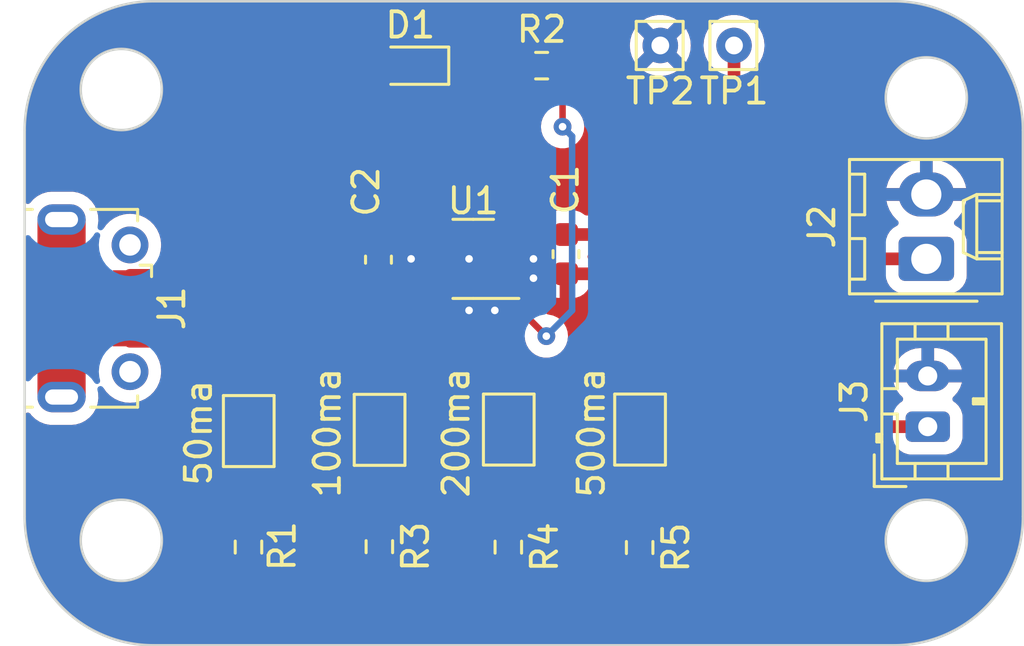
<source format=kicad_pcb>
(kicad_pcb (version 20221018) (generator pcbnew)
  (layers (0 "F.Cu" signal) (31 "B.Cu" signal) (34 "B.Paste" user) (35 "F.Paste" user) (36 "B.SilkS" user "B.Silkscreen") (37 "F.SilkS" user "F.Silkscreen") (38 "B.Mask" user) (39 "F.Mask" user) (44 "Edge.Cuts" user))
  (net 0 "")
  (net 1 "LIPO")
  (net 2 "GND")
  (net 3 "+5V")
  (net 4 "Net-(D1-K)")
  (net 9 "Net-(JP1-A)")
  (net 10 "PROG")
  (net 11 "Net-(JP2-A)")
  (net 12 "Net-(JP3-A)")
  (net 13 "Net-(JP4-A)")
  (net 14 "Net-(U1-STAT)")
  (footprint "Resistor_SMD:R_0603_1608Metric" (layer "F.Cu") (at 100.348359 72.310623 -90)
    (fp_text reference "R3" (at 0 -1.43 90) (layer "F.SilkS"))
    (fp_text value "R_Small" hide)
    (fp_line (start -0.237258 -0.5225) (end 0.237258 -0.5225) (stroke (width 0.12)) (layer "F.SilkS"))
    (fp_line (start -0.237258 0.5225) (end 0.237258 0.5225) (stroke (width 0.12)) (layer "F.SilkS"))
    (pad "1" smd roundrect (at -0.825 0 270) (size 0.8 0.95) (layers "F.Cu" "F.Paste" "F.Mask") (net 11 "Net-(JP2-A)"))
    (pad "2" smd roundrect (at 0.825 0 270) (size 0.8 0.95) (layers "F.Cu" "F.Paste" "F.Mask") (net 2 "GND"))
  )
  (footprint "Connector_USB:USB_Micro-B_Molex-105017-0001" (layer "F.Cu") (at 89.051518 62.909181 -90)
    (fp_text reference "J1" (at 0 -3.1125 90) (layer "F.SilkS"))
    (fp_text value "USB_B_Micro" hide)
    (fp_line (start -3.9 -1.7625) (end -3.45 -1.7625) (stroke (width 0.12)) (layer "F.SilkS"))
    (fp_line (start -3.9 0.0875) (end -3.9 -1.7625) (stroke (width 0.12)) (layer "F.SilkS"))
    (fp_line (start -3.9 2.6375) (end -3.9 2.3875) (stroke (width 0.12)) (layer "F.SilkS"))
    (fp_line (start -1.7 -2.3125) (end -1.7 -1.8625) (stroke (width 0.12)) (layer "F.SilkS"))
    (fp_line (start -1.7 -2.3125) (end -1.25 -2.3125) (stroke (width 0.12)) (layer "F.SilkS"))
    (fp_line (start 3.9 -1.7625) (end 3.45 -1.7625) (stroke (width 0.12)) (layer "F.SilkS"))
    (fp_line (start 3.9 0.0875) (end 3.9 -1.7625) (stroke (width 0.12)) (layer "F.SilkS"))
    (fp_line (start 3.9 2.6375) (end 3.9 2.3875) (stroke (width 0.12)) (layer "F.SilkS"))
    (pad "1" smd rect (at -1.3 -1.4625 270) (size 0.4 1.35) (layers "F.Cu" "F.Paste" "F.Mask") (net 3 "+5V"))
    (pad "2" smd rect (at -0.65 -1.4625 270) (size 0.4 1.35) (layers "F.Cu" "F.Paste" "F.Mask"))
    (pad "3" smd rect (at 0 -1.4625 270) (size 0.4 1.35) (layers "F.Cu" "F.Paste" "F.Mask"))
    (pad "4" smd rect (at 0.65 -1.4625 270) (size 0.4 1.35) (layers "F.Cu" "F.Paste" "F.Mask"))
    (pad "5" smd rect (at 1.3 -1.4625 270) (size 0.4 1.35) (layers "F.Cu" "F.Paste" "F.Mask") (net 2 "GND"))
    (pad "6" thru_hole oval (at -3.5 1.2375 90) (size 1.2 1.9) (drill oval 0.6 1.3) (layers "*.Cu" "*.Mask"))
    (pad "6" smd rect (at -2.9 1.2375 270) (size 1.2 1.9) (layers "F.Cu" "F.Mask"))
    (pad "6" thru_hole circle (at -2.5 -1.4625 270) (size 1.45 1.45) (drill 0.85) (layers "*.Cu" "*.Mask"))
    (pad "6" smd rect (at -1 1.2375 270) (size 1.5 1.9) (layers "F.Cu" "F.Paste" "F.Mask"))
    (pad "6" smd rect (at 1 1.2375 270) (size 1.5 1.9) (layers "F.Cu" "F.Paste" "F.Mask"))
    (pad "6" thru_hole circle (at 2.5 -1.4625 270) (size 1.45 1.45) (drill 0.85) (layers "*.Cu" "*.Mask"))
    (pad "6" smd rect (at 2.9 1.2375 270) (size 1.2 1.9) (layers "F.Cu" "F.Mask"))
    (pad "6" thru_hole oval (at 3.5 1.2375 270) (size 1.2 1.9) (drill oval 0.6 1.3) (layers "*.Cu" "*.Mask"))
  )
  (footprint "Resistor_SMD:R_0603_1608Metric" (layer "F.Cu") (at 105.434397 72.328624 -90)
    (fp_text reference "R4" (at 0 -1.43 90) (layer "F.SilkS"))
    (fp_text value "R_Small" hide)
    (fp_line (start -0.237258 -0.5225) (end 0.237258 -0.5225) (stroke (width 0.12)) (layer "F.SilkS"))
    (fp_line (start -0.237258 0.5225) (end 0.237258 0.5225) (stroke (width 0.12)) (layer "F.SilkS"))
    (pad "1" smd roundrect (at -0.825 0 270) (size 0.8 0.95) (layers "F.Cu" "F.Paste" "F.Mask") (net 12 "Net-(JP3-A)"))
    (pad "2" smd roundrect (at 0.825 0 270) (size 0.8 0.95) (layers "F.Cu" "F.Paste" "F.Mask") (net 2 "GND"))
  )
  (footprint "Jumper:SolderJumper-2_P1.3mm_Open_TrianglePad1.0x1.5mm" (layer "F.Cu") (at 110.63017 67.691941 90)
    (fp_text reference "500ma" (at -0.126059 -1.91817 90) (layer "F.SilkS"))
    (fp_text value "Jumper_2_Open" hide)
    (fp_line (start -1.4 -1) (end 1.4 -1) (stroke (width 0.12)) (layer "F.SilkS"))
    (fp_line (start -1.4 1) (end -1.4 -1) (stroke (width 0.12)) (layer "F.SilkS"))
    (fp_line (start 1.4 -1) (end 1.4 1) (stroke (width 0.12)) (layer "F.SilkS"))
    (fp_line (start 1.4 1) (end -1.4 1) (stroke (width 0.12)) (layer "F.SilkS"))
    (pad "1" smd custom (at -0.725 0 90) (size 0.3 0.3) (layers "F.Cu" "F.Mask") (net 13 "Net-(JP4-A)") (options (clearance outline) (anchor rect)) (primitives (gr_poly (pts (xy 1 0) (xy 0.5 0.75) (xy -0.5 0.75) (xy -0.5 -0.75) (xy 0.5 -0.75)) (width 0) (fill yes))))
    (pad "2" smd custom (at 0.725 0 90) (size 0.3 0.3) (layers "F.Cu" "F.Mask") (net 10 "PROG") (options (clearance outline) (anchor rect)) (primitives (gr_poly (pts (xy 0.5 0.75) (xy -0.65 0.75) (xy -0.15 0) (xy -0.65 -0.75) (xy 0.5 -0.75)) (width 0) (fill yes))))
  )
  (footprint "Resistor_SMD:R_0603_1608Metric" (layer "F.Cu") (at 106.748807 53.339156)
    (fp_text reference "R2" (at 0 -1.43) (layer "F.SilkS"))
    (fp_text value "R_Small" hide)
    (fp_line (start -0.237258 -0.5225) (end 0.237258 -0.5225) (stroke (width 0.12)) (layer "F.SilkS"))
    (fp_line (start -0.237258 0.5225) (end 0.237258 0.5225) (stroke (width 0.12)) (layer "F.SilkS"))
    (pad "1" smd roundrect (at -0.825 0) (size 0.8 0.95) (layers "F.Cu" "F.Paste" "F.Mask") (net 4 "Net-(D1-K)"))
    (pad "2" smd roundrect (at 0.825 0) (size 0.8 0.95) (layers "F.Cu" "F.Paste" "F.Mask") (net 14 "Net-(U1-STAT)"))
  )
  (footprint "Connector_JST:JST_PH_B2B-PH-K_1x02_P2.00mm_Vertical" (layer "F.Cu") (at 121.976443 67.577994 90)
    (fp_text reference "J3" (at 1 -2.9 90) (layer "F.SilkS"))
    (fp_text value "Conn_01x02" hide)
    (fp_line (start -2.36 -2.11) (end -2.36 -0.86) (stroke (width 0.12)) (layer "F.SilkS"))
    (fp_line (start -2.06 -1.81) (end -2.06 2.91) (stroke (width 0.12)) (layer "F.SilkS"))
    (fp_line (start -2.06 -0.5) (end -1.45 -0.5) (stroke (width 0.12)) (layer "F.SilkS"))
    (fp_line (start -2.06 0.8) (end -1.45 0.8) (stroke (width 0.12)) (layer "F.SilkS"))
    (fp_line (start -2.06 2.91) (end 4.06 2.91) (stroke (width 0.12)) (layer "F.SilkS"))
    (fp_line (start -1.45 -1.2) (end -1.45 2.3) (stroke (width 0.12)) (layer "F.SilkS"))
    (fp_line (start -1.45 2.3) (end 3.45 2.3) (stroke (width 0.12)) (layer "F.SilkS"))
    (fp_line (start -1.11 -2.11) (end -2.36 -2.11) (stroke (width 0.12)) (layer "F.SilkS"))
    (fp_line (start -0.6 -2.01) (end -0.6 -1.81) (stroke (width 0.12)) (layer "F.SilkS"))
    (fp_line (start -0.3 -2.01) (end -0.6 -2.01) (stroke (width 0.12)) (layer "F.SilkS"))
    (fp_line (start -0.3 -1.91) (end -0.6 -1.91) (stroke (width 0.12)) (layer "F.SilkS"))
    (fp_line (start -0.3 -1.81) (end -0.3 -2.01) (stroke (width 0.12)) (layer "F.SilkS"))
    (fp_line (start 0.5 -1.81) (end 0.5 -1.2) (stroke (width 0.12)) (layer "F.SilkS"))
    (fp_line (start 0.5 -1.2) (end -1.45 -1.2) (stroke (width 0.12)) (layer "F.SilkS"))
    (fp_line (start 0.9 1.8) (end 1.1 1.8) (stroke (width 0.12)) (layer "F.SilkS"))
    (fp_line (start 0.9 2.3) (end 0.9 1.8) (stroke (width 0.12)) (layer "F.SilkS"))
    (fp_line (start 1 2.3) (end 1 1.8) (stroke (width 0.12)) (layer "F.SilkS"))
    (fp_line (start 1.1 1.8) (end 1.1 2.3) (stroke (width 0.12)) (layer "F.SilkS"))
    (fp_line (start 1.5 -1.2) (end 1.5 -1.81) (stroke (width 0.12)) (layer "F.SilkS"))
    (fp_line (start 3.45 -1.2) (end 1.5 -1.2) (stroke (width 0.12)) (layer "F.SilkS"))
    (fp_line (start 3.45 2.3) (end 3.45 -1.2) (stroke (width 0.12)) (layer "F.SilkS"))
    (fp_line (start 4.06 -1.81) (end -2.06 -1.81) (stroke (width 0.12)) (layer "F.SilkS"))
    (fp_line (start 4.06 -0.5) (end 3.45 -0.5) (stroke (width 0.12)) (layer "F.SilkS"))
    (fp_line (start 4.06 0.8) (end 3.45 0.8) (stroke (width 0.12)) (layer "F.SilkS"))
    (fp_line (start 4.06 2.91) (end 4.06 -1.81) (stroke (width 0.12)) (layer "F.SilkS"))
    (pad "1" thru_hole roundrect (at 0 0 90) (size 1.2 1.75) (drill 0.75) (layers "*.Cu" "*.Mask") (roundrect_rratio 0.208333) (net 1 "LIPO"))
    (pad "2" thru_hole oval (at 2 0 90) (size 1.2 1.75) (drill 0.75) (layers "*.Cu" "*.Mask") (net 2 "GND"))
  )
  (footprint "Resistor_SMD:R_0603_1608Metric" (layer "F.Cu") (at 110.614278 72.344561 -90)
    (fp_text reference "R5" (at 0 -1.43 90) (layer "F.SilkS"))
    (fp_text value "R_Small" hide)
    (fp_line (start -0.237258 -0.5225) (end 0.237258 -0.5225) (stroke (width 0.12)) (layer "F.SilkS"))
    (fp_line (start -0.237258 0.5225) (end 0.237258 0.5225) (stroke (width 0.12)) (layer "F.SilkS"))
    (pad "1" smd roundrect (at -0.825 0 270) (size 0.8 0.95) (layers "F.Cu" "F.Paste" "F.Mask") (net 13 "Net-(JP4-A)"))
    (pad "2" smd roundrect (at 0.825 0 270) (size 0.8 0.95) (layers "F.Cu" "F.Paste" "F.Mask") (net 2 "GND"))
  )
  (footprint "Connector_Molex:Molex_KK-254_AE-6410-02A_1x02_P2.54mm_Vertical" (layer "F.Cu") (at 121.92 60.96 90)
    (fp_text reference "J2" (at 1.27 -4.12 90) (layer "F.SilkS"))
    (fp_text value "Screw_Terminal_01x02" hide)
    (fp_line (start -1.67 -2) (end -1.67 2) (stroke (width 0.12)) (layer "F.SilkS"))
    (fp_line (start -1.38 -3.03) (end -1.38 2.99) (stroke (width 0.12)) (layer "F.SilkS"))
    (fp_line (start -1.38 2.99) (end 3.92 2.99) (stroke (width 0.12)) (layer "F.SilkS"))
    (fp_line (start -0.8 -3.03) (end -0.8 -2.43) (stroke (width 0.12)) (layer "F.SilkS"))
    (fp_line (start -0.8 -2.43) (end 0.8 -2.43) (stroke (width 0.12)) (layer "F.SilkS"))
    (fp_line (start 0 1.99) (end 0.25 1.46) (stroke (width 0.12)) (layer "F.SilkS"))
    (fp_line (start 0 1.99) (end 2.54 1.99) (stroke (width 0.12)) (layer "F.SilkS"))
    (fp_line (start 0 2.99) (end 0 1.99) (stroke (width 0.12)) (layer "F.SilkS"))
    (fp_line (start 0.25 1.46) (end 2.29 1.46) (stroke (width 0.12)) (layer "F.SilkS"))
    (fp_line (start 0.25 2.99) (end 0.25 1.99) (stroke (width 0.12)) (layer "F.SilkS"))
    (fp_line (start 0.8 -2.43) (end 0.8 -3.03) (stroke (width 0.12)) (layer "F.SilkS"))
    (fp_line (start 1.74 -3.03) (end 1.74 -2.43) (stroke (width 0.12)) (layer "F.SilkS"))
    (fp_line (start 1.74 -2.43) (end 3.34 -2.43) (stroke (width 0.12)) (layer "F.SilkS"))
    (fp_line (start 2.29 1.46) (end 2.54 1.99) (stroke (width 0.12)) (layer "F.SilkS"))
    (fp_line (start 2.29 2.99) (end 2.29 1.99) (stroke (width 0.12)) (layer "F.SilkS"))
    (fp_line (start 2.54 1.99) (end 2.54 2.99) (stroke (width 0.12)) (layer "F.SilkS"))
    (fp_line (start 3.34 -2.43) (end 3.34 -3.03) (stroke (width 0.12)) (layer "F.SilkS"))
    (fp_line (start 3.92 -3.03) (end -1.38 -3.03) (stroke (width 0.12)) (layer "F.SilkS"))
    (fp_line (start 3.92 2.99) (end 3.92 -3.03) (stroke (width 0.12)) (layer "F.SilkS"))
    (pad "1" thru_hole roundrect (at 0 0 90) (size 1.74 2.19) (drill 1.19) (layers "*.Cu" "*.Mask") (roundrect_rratio 0.143678) (net 1 "LIPO"))
    (pad "2" thru_hole oval (at 2.54 0 90) (size 1.74 2.19) (drill 1.19) (layers "*.Cu" "*.Mask") (net 2 "GND"))
  )
  (footprint "Resistor_SMD:R_0603_1608Metric" (layer "F.Cu") (at 95.186546 72.326582 -90)
    (fp_text reference "R1" (at -0.037973 -1.333454 90) (layer "F.SilkS"))
    (fp_text value "R_Small" hide)
    (fp_line (start -0.237258 -0.5225) (end 0.237258 -0.5225) (stroke (width 0.12)) (layer "F.SilkS"))
    (fp_line (start -0.237258 0.5225) (end 0.237258 0.5225) (stroke (width 0.12)) (layer "F.SilkS"))
    (pad "1" smd roundrect (at -0.825 0 270) (size 0.8 0.95) (layers "F.Cu" "F.Paste" "F.Mask") (net 9 "Net-(JP1-A)"))
    (pad "2" smd roundrect (at 0.825 0 270) (size 0.8 0.95) (layers "F.Cu" "F.Paste" "F.Mask") (net 2 "GND"))
  )
  (footprint "Connector_Pin:Pin_D0.7mm_L6.5mm_W1.8mm_FlatFork" (layer "F.Cu") (at 114.335535 52.543503)
    (fp_text reference "TP1" (at 0 1.8) (layer "F.SilkS"))
    (fp_text value "TestPoint" hide)
    (fp_line (start -0.95 -0.95) (end -0.95 0.95) (stroke (width 0.12)) (layer "F.SilkS"))
    (fp_line (start -0.95 0.95) (end 0.9 0.95) (stroke (width 0.12)) (layer "F.SilkS"))
    (fp_line (start 0.9 -0.95) (end -0.95 -0.95) (stroke (width 0.12)) (layer "F.SilkS"))
    (fp_line (start 0.9 -0.9) (end 0.9 -0.95) (stroke (width 0.12)) (layer "F.SilkS"))
    (fp_line (start 0.9 0.95) (end 0.9 -0.9) (stroke (width 0.12)) (layer "F.SilkS"))
    (pad "1" thru_hole circle (at 0 0) (size 1.4 1.4) (drill 0.7) (layers "*.Cu" "*.Mask") (net 1 "LIPO"))
  )
  (footprint "Jumper:SolderJumper-2_P1.3mm_Open_TrianglePad1.0x1.5mm" (layer "F.Cu") (at 100.357832 67.702739 90)
    (fp_text reference "100ma" (at -0.115261 -2.059832 90) (layer "F.SilkS"))
    (fp_text value "Jumper_2_Open" hide)
    (fp_line (start -1.4 -1) (end 1.4 -1) (stroke (width 0.12)) (layer "F.SilkS"))
    (fp_line (start -1.4 1) (end -1.4 -1) (stroke (width 0.12)) (layer "F.SilkS"))
    (fp_line (start 1.4 -1) (end 1.4 1) (stroke (width 0.12)) (layer "F.SilkS"))
    (fp_line (start 1.4 1) (end -1.4 1) (stroke (width 0.12)) (layer "F.SilkS"))
    (pad "1" smd custom (at -0.725 0 90) (size 0.3 0.3) (layers "F.Cu" "F.Mask") (net 11 "Net-(JP2-A)") (options (clearance outline) (anchor rect)) (primitives (gr_poly (pts (xy 1 0) (xy 0.5 0.75) (xy -0.5 0.75) (xy -0.5 -0.75) (xy 0.5 -0.75)) (width 0) (fill yes))))
    (pad "2" smd custom (at 0.725 0 90) (size 0.3 0.3) (layers "F.Cu" "F.Mask") (net 10 "PROG") (options (clearance outline) (anchor rect)) (primitives (gr_poly (pts (xy 0.5 0.75) (xy -0.65 0.75) (xy -0.15 0) (xy -0.65 -0.75) (xy 0.5 -0.75)) (width 0) (fill yes))))
  )
  (footprint "Connector_Pin:Pin_D0.7mm_L6.5mm_W1.8mm_FlatFork" (layer "F.Cu") (at 111.428994 52.543503)
    (fp_text reference "TP2" (at 0 1.8) (layer "F.SilkS"))
    (fp_text value "TestPoint" hide)
    (fp_line (start -0.95 -0.95) (end -0.95 0.95) (stroke (width 0.12)) (layer "F.SilkS"))
    (fp_line (start -0.95 0.95) (end 0.9 0.95) (stroke (width 0.12)) (layer "F.SilkS"))
    (fp_line (start 0.9 -0.95) (end -0.95 -0.95) (stroke (width 0.12)) (layer "F.SilkS"))
    (fp_line (start 0.9 -0.9) (end 0.9 -0.95) (stroke (width 0.12)) (layer "F.SilkS"))
    (fp_line (start 0.9 0.95) (end 0.9 -0.9) (stroke (width 0.12)) (layer "F.SilkS"))
    (pad "1" thru_hole circle (at 0 0) (size 1.4 1.4) (drill 0.7) (layers "*.Cu" "*.Mask") (net 2 "GND"))
  )
  (footprint "Package_TO_SOT_SMD:SOT-23-5" (layer "F.Cu") (at 104.05 60.96 180)
    (fp_text reference "U1" (at 0 2.286) (layer "F.SilkS"))
    (fp_text value "MCP73831-2-OT" hide)
    (fp_line (start 0 -1.56) (end -1.8 -1.56) (stroke (width 0.12)) (layer "F.SilkS"))
    (fp_line (start 0 -1.56) (end 0.8 -1.56) (stroke (width 0.12)) (layer "F.SilkS"))
    (fp_line (start 0 1.56) (end -0.8 1.56) (stroke (width 0.12)) (layer "F.SilkS"))
    (fp_line (start 0 1.56) (end 0.8 1.56) (stroke (width 0.12)) (layer "F.SilkS"))
    (pad "1" smd roundrect (at -1.1375 -0.95 180) (size 1.325 0.6) (layers "F.Cu" "F.Paste" "F.Mask") (net 14 "Net-(U1-STAT)"))
    (pad "2" smd roundrect (at -1.1375 0 180) (size 1.325 0.6) (layers "F.Cu" "F.Paste" "F.Mask") (net 2 "GND"))
    (pad "3" smd roundrect (at -1.1375 0.95 180) (size 1.325 0.6) (layers "F.Cu" "F.Paste" "F.Mask") (net 1 "LIPO"))
    (pad "4" smd roundrect (at 1.1375 0.95 180) (size 1.325 0.6) (layers "F.Cu" "F.Paste" "F.Mask") (net 3 "+5V"))
    (pad "5" smd roundrect (at 1.1375 -0.95 180) (size 1.325 0.6) (layers "F.Cu" "F.Paste" "F.Mask") (net 10 "PROG"))
  )
  (footprint "Capacitor_SMD:C_0603_1608Metric" (layer "F.Cu") (at 107.70884 60.774576 -90)
    (fp_text reference "C1" (at -2.545702 0.02601 90) (layer "F.SilkS"))
    (fp_text value "C_Small" hide)
    (fp_line (start -0.14058 -0.51) (end 0.14058 -0.51) (stroke (width 0.12)) (layer "F.SilkS"))
    (fp_line (start -0.14058 0.51) (end 0.14058 0.51) (stroke (width 0.12)) (layer "F.SilkS"))
    (pad "1" smd roundrect (at -0.775 0 270) (size 0.9 0.95) (layers "F.Cu" "F.Paste" "F.Mask") (net 1 "LIPO"))
    (pad "2" smd roundrect (at 0.775 0 270) (size 0.9 0.95) (layers "F.Cu" "F.Paste" "F.Mask") (net 2 "GND"))
  )
  (footprint "Jumper:SolderJumper-2_P1.3mm_Open_TrianglePad1.0x1.5mm" (layer "F.Cu") (at 95.197305 67.750957 90)
    (fp_text reference "50ma" (at -0.067043 -1.979305 90) (layer "F.SilkS"))
    (fp_text value "Jumper_2_Open" hide)
    (fp_line (start -1.4 -1) (end 1.4 -1) (stroke (width 0.12)) (layer "F.SilkS"))
    (fp_line (start -1.4 1) (end -1.4 -1) (stroke (width 0.12)) (layer "F.SilkS"))
    (fp_line (start 1.4 -1) (end 1.4 1) (stroke (width 0.12)) (layer "F.SilkS"))
    (fp_line (start 1.4 1) (end -1.4 1) (stroke (width 0.12)) (layer "F.SilkS"))
    (pad "1" smd custom (at -0.725 0 90) (size 0.3 0.3) (layers "F.Cu" "F.Mask") (net 9 "Net-(JP1-A)") (options (clearance outline) (anchor rect)) (primitives (gr_poly (pts (xy 1 0) (xy 0.5 0.75) (xy -0.5 0.75) (xy -0.5 -0.75) (xy 0.5 -0.75)) (width 0) (fill yes))))
    (pad "2" smd custom (at 0.725 0 90) (size 0.3 0.3) (layers "F.Cu" "F.Mask") (net 10 "PROG") (options (clearance outline) (anchor rect)) (primitives (gr_poly (pts (xy 0.5 0.75) (xy -0.65 0.75) (xy -0.15 0) (xy -0.65 -0.75) (xy 0.5 -0.75)) (width 0) (fill yes))))
  )
  (footprint "Capacitor_SMD:C_0603_1608Metric" (layer "F.Cu") (at 100.313126 60.991332 -90)
    (fp_text reference "C2" (at -2.675755 0.491126 90) (layer "F.SilkS"))
    (fp_text value "C_Small" hide)
    (fp_line (start -0.14058 -0.51) (end 0.14058 -0.51) (stroke (width 0.12)) (layer "F.SilkS"))
    (fp_line (start -0.14058 0.51) (end 0.14058 0.51) (stroke (width 0.12)) (layer "F.SilkS"))
    (pad "1" smd roundrect (at -0.775 0 270) (size 0.9 0.95) (layers "F.Cu" "F.Paste" "F.Mask") (net 3 "+5V"))
    (pad "2" smd roundrect (at 0.775 0 270) (size 0.9 0.95) (layers "F.Cu" "F.Paste" "F.Mask") (net 2 "GND"))
  )
  (footprint "LED_SMD:LED_0603_1608Metric" (layer "F.Cu") (at 101.6 53.34 180)
    (fp_text reference "D1" (at 0.031048 1.60094) (layer "F.SilkS"))
    (fp_text value "LED" hide)
    (fp_line (start -1.485 -0.735) (end -1.485 0.735) (stroke (width 0.12)) (layer "F.SilkS"))
    (fp_line (start -1.485 0.735) (end 0.8 0.735) (stroke (width 0.12)) (layer "F.SilkS"))
    (fp_line (start 0.8 -0.735) (end -1.485 -0.735) (stroke (width 0.12)) (layer "F.SilkS"))
    (pad "1" smd roundrect (at -0.7875 0 180) (size 0.875 0.95) (layers "F.Cu" "F.Paste" "F.Mask") (net 4 "Net-(D1-K)"))
    (pad "2" smd roundrect (at 0.7875 0 180) (size 0.875 0.95) (layers "F.Cu" "F.Paste" "F.Mask") (net 3 "+5V"))
  )
  (footprint "Jumper:SolderJumper-2_P1.3mm_Open_TrianglePad1.0x1.5mm" (layer "F.Cu") (at 105.452331 67.691941 90)
    (fp_text reference "200ma" (at -0.126059 -2.074331 90) (layer "F.SilkS"))
    (fp_text value "Jumper_2_Open" hide)
    (fp_line (start -1.4 -1) (end 1.4 -1) (stroke (width 0.12)) (layer "F.SilkS"))
    (fp_line (start -1.4 1) (end -1.4 -1) (stroke (width 0.12)) (layer "F.SilkS"))
    (fp_line (start 1.4 -1) (end 1.4 1) (stroke (width 0.12)) (layer "F.SilkS"))
    (fp_line (start 1.4 1) (end -1.4 1) (stroke (width 0.12)) (layer "F.SilkS"))
    (pad "1" smd custom (at -0.725 0 90) (size 0.3 0.3) (layers "F.Cu" "F.Mask") (net 12 "Net-(JP3-A)") (options (clearance outline) (anchor rect)) (primitives (gr_poly (pts (xy 1 0) (xy 0.5 0.75) (xy -0.5 0.75) (xy -0.5 -0.75) (xy 0.5 -0.75)) (width 0) (fill yes))))
    (pad "2" smd custom (at 0.725 0 90) (size 0.3 0.3) (layers "F.Cu" "F.Mask") (net 10 "PROG") (options (clearance outline) (anchor rect)) (primitives (gr_poly (pts (xy 0.5 0.75) (xy -0.65 0.75) (xy -0.15 0) (xy -0.65 -0.75) (xy 0.5 -0.75)) (width 0) (fill yes))))
  )
  (gr_line (start 120.65 76.2) (end 91.44 76.2) (stroke (width 0.1)) (layer "Edge.Cuts"))
  (gr_line (start 125.73 55.88) (end 125.73 71.12) (stroke (width 0.1)) (layer "Edge.Cuts"))
  (gr_circle (center 90.17 54.28) (end 91.77 54.28) (stroke (width 0.1)) (fill none) (layer "Edge.Cuts"))
  (gr_circle (center 121.92 72.06) (end 123.52 72.06) (stroke (width 0.1)) (fill none) (layer "Edge.Cuts"))
  (gr_circle (center 90.17 72.06) (end 91.77 72.06) (stroke (width 0.1)) (fill none) (layer "Edge.Cuts"))
  (gr_arc (start 125.73 71.12) (mid 124.242102 74.712102) (end 120.65 76.2) (stroke (width 0.1)) (layer "Edge.Cuts"))
  (gr_circle (center 121.92 54.61) (end 123.52 54.61) (stroke (width 0.1)) (fill none) (layer "Edge.Cuts"))
  (gr_arc (start 91.44 76.2) (mid 87.847898 74.712102) (end 86.36 71.12) (stroke (width 0.1)) (layer "Edge.Cuts"))
  (gr_arc (start 86.36 55.88) (mid 87.847898 52.287898) (end 91.44 50.8) (stroke (width 0.1)) (layer "Edge.Cuts"))
  (gr_line (start 86.36 55.88) (end 86.36 71.12) (stroke (width 0.1)) (layer "Edge.Cuts"))
  (gr_line (start 120.65 50.8) (end 91.44 50.8) (stroke (width 0.1)) (layer "Edge.Cuts"))
  (gr_arc (start 120.65 50.8) (mid 124.242102 52.287898) (end 125.73 55.88) (stroke (width 0.1)) (layer "Edge.Cuts"))
  (segment (start 121.976443 67.577994) (end 116.345994 67.577994) (width 0.5) (layer "F.Cu") (net 1))
  (segment (start 107.70884 59.999576) (end 109.672424 59.999576) (width 0.5) (layer "F.Cu") (net 1))
  (segment (start 114.335535 55.336465) (end 114.335535 52.543503) (width 0.5) (layer "F.Cu") (net 1))
  (segment (start 114.554 60.96) (end 111.633 58.039) (width 0.5) (layer "F.Cu") (net 1))
  (segment (start 121.92 60.96) (end 114.554 60.96) (width 0.5) (layer "F.Cu") (net 1))
  (segment (start 115.57 61.976) (end 114.554 60.96) (width 0.5) (layer "F.Cu") (net 1))
  (segment (start 116.345994 67.577994) (end 115.57 66.802) (width 0.5) (layer "F.Cu") (net 1))
  (segment (start 109.672424 59.999576) (end 111.633 58.039) (width 0.5) (layer "F.Cu") (net 1))
  (segment (start 115.57 66.802) (end 115.57 61.976) (width 0.5) (layer "F.Cu") (net 1))
  (segment (start 111.633 58.039) (end 114.335535 55.336465) (width 0.5) (layer "F.Cu") (net 1))
  (segment (start 107.698416 60.01) (end 107.70884 59.999576) (width 0.5) (layer "F.Cu") (net 1))
  (segment (start 105.1875 60.01) (end 107.698416 60.01) (width 0.5) (layer "F.Cu") (net 1))
  (segment (start 90.514018 64.209181) (end 92.657181 64.209181) (width 0.5) (layer "F.Cu") (net 2))
  (segment (start 92.71 64.262) (end 92.657181 64.209181) (width 0.5) (layer "F.Cu") (net 2))
  (via (at 106.426 60.96) (size 0.7) (drill 0.3) (layers "F.Cu" "B.Cu") (net 2))
  (via (at 103.886 62.992) (size 0.7) (drill 0.3) (layers "F.Cu" "B.Cu") (net 2))
  (via (at 106.426 61.722) (size 0.7) (drill 0.3) (layers "F.Cu" "B.Cu") (net 2))
  (via (at 104.902 62.992) (size 0.7) (drill 0.3) (layers "F.Cu" "B.Cu") (net 2))
  (via (at 101.6 60.96) (size 0.7) (drill 0.3) (layers "F.Cu" "B.Cu") (net 2))
  (via (at 103.886 60.96) (size 0.7) (drill 0.3) (layers "F.Cu" "B.Cu") (net 2))
  (segment (start 94.600819 61.609181) (end 95.758 60.452) (width 0.5) (layer "F.Cu") (net 3))
  (segment (start 102.9125 60.01) (end 101.105542 60.01) (width 0.5) (layer "F.Cu") (net 3))
  (segment (start 100.077458 60.452) (end 100.313126 60.216332) (width 0.5) (layer "F.Cu") (net 3))
  (segment (start 95.758 60.452) (end 100.077458 60.452) (width 0.5) (layer "F.Cu") (net 3))
  (segment (start 101.105542 60.01) (end 100.8125 59.716958) (width 0.5) (layer "F.Cu") (net 3))
  (segment (start 100.8125 59.716958) (end 100.313126 60.216332) (width 0.5) (layer "F.Cu") (net 3))
  (segment (start 100.8125 53.34) (end 100.8125 59.716958) (width 0.5) (layer "F.Cu") (net 3))
  (segment (start 90.514018 61.609181) (end 94.600819 61.609181) (width 0.5) (layer "F.Cu") (net 3))
  (segment (start 102.388344 53.339156) (end 102.3875 53.34) (width 0.256) (layer "F.Cu") (net 4))
  (segment (start 105.923807 53.339156) (end 102.388344 53.339156) (width 0.256) (layer "F.Cu") (net 4))
  (segment (start 95.186546 68.486716) (end 95.197305 68.475957) (width 0.256) (layer "F.Cu") (net 9))
  (segment (start 95.186546 71.501582) (end 95.186546 68.486716) (width 0.256) (layer "F.Cu") (net 9))
  (segment (start 100.309614 67.025957) (end 100.357832 66.977739) (width 0.256) (layer "F.Cu") (net 10))
  (segment (start 110.63017 66.966941) (end 105.452331 66.966941) (width 0.256) (layer "F.Cu") (net 10))
  (segment (start 100.36863 66.966941) (end 100.357832 66.977739) (width 0.256) (layer "F.Cu") (net 10))
  (segment (start 95.197305 67.025957) (end 100.309614 67.025957) (width 0.256) (layer "F.Cu") (net 10))
  (segment (start 102.9125 66.924441) (end 102.87 66.966941) (width 0.256) (layer "F.Cu") (net 10))
  (segment (start 102.87 66.966941) (end 100.36863 66.966941) (width 0.256) (layer "F.Cu") (net 10))
  (segment (start 105.452331 66.966941) (end 102.87 66.966941) (width 0.256) (layer "F.Cu") (net 10))
  (segment (start 102.9125 61.91) (end 102.9125 66.924441) (width 0.256) (layer "F.Cu") (net 10))
  (segment (start 100.348359 71.485623) (end 100.348359 68.437212) (width 0.256) (layer "F.Cu") (net 11))
  (segment (start 100.348359 68.437212) (end 100.357832 68.427739) (width 0.256) (layer "F.Cu") (net 11))
  (segment (start 105.434397 71.503624) (end 105.434397 68.434875) (width 0.256) (layer "F.Cu") (net 12))
  (segment (start 105.434397 68.434875) (end 105.452331 68.416941) (width 0.256) (layer "F.Cu") (net 12))
  (segment (start 110.614278 68.432833) (end 110.63017 68.416941) (width 0.256) (layer "F.Cu") (net 13))
  (segment (start 110.614278 71.519561) (end 110.614278 68.432833) (width 0.256) (layer "F.Cu") (net 13))
  (segment (start 107.573807 53.339156) (end 107.573807 55.748193) (width 0.256) (layer "F.Cu") (net 14))
  (segment (start 106.934 64.008) (end 105.1875 62.2615) (width 0.256) (layer "F.Cu") (net 14))
  (segment (start 104.799006 61.91) (end 105.1875 61.91) (width 0.256) (layer "F.Cu") (net 14))
  (segment (start 105.1875 62.2615) (end 105.1875 61.91) (width 0.256) (layer "F.Cu") (net 14))
  (via (at 106.934 64.008) (size 0.7) (drill 0.3) (layers "F.Cu" "B.Cu") (net 14))
  (via (at 107.573807 55.748193) (size 0.7) (drill 0.3) (layers "F.Cu" "B.Cu") (net 14))
  (segment (start 107.95 62.992) (end 107.95 56.124386) (width 0.256) (layer "B.Cu") (net 14))
  (segment (start 106.934 64.008) (end 107.95 62.992) (width 0.256) (layer "B.Cu") (net 14))
  (segment (start 107.95 56.124386) (end 107.573807 55.748193) (width 0.256) (layer "B.Cu") (net 14))
  (zone (net 2) (net_name "GND") (layers "F&B.Cu") (connect_pads (clearance 0.5)) (min_thickness 0.25) (fill yes (thermal_gap 0.5) (thermal_bridge_width 0.5))
    (polygon (pts (xy 125.73 50.8) (xy 125.73 76.2) (xy 86.36 76.2) (xy 86.36 50.8)))
  )
)
</source>
